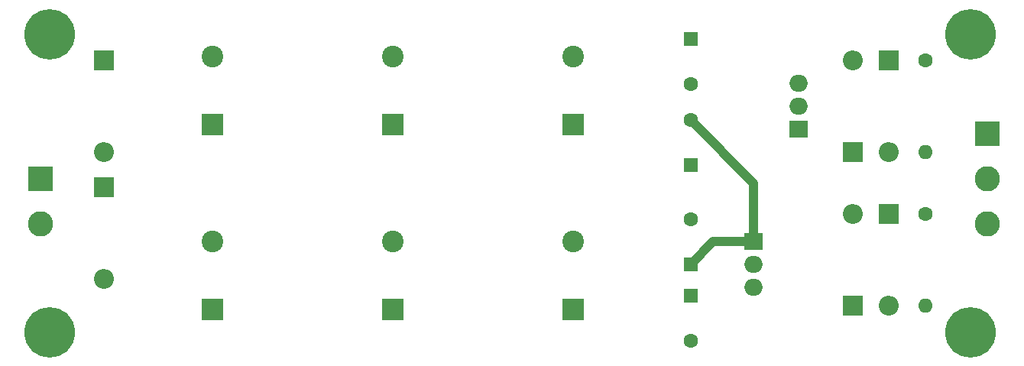
<source format=gbr>
%TF.GenerationSoftware,KiCad,Pcbnew,8.0.7*%
%TF.CreationDate,2025-01-29T21:02:38+10:00*%
%TF.ProjectId,MFOS_Power_Supply_PCB,4d464f53-5f50-46f7-9765-725f53757070,rev?*%
%TF.SameCoordinates,Original*%
%TF.FileFunction,Copper,L1,Top*%
%TF.FilePolarity,Positive*%
%FSLAX46Y46*%
G04 Gerber Fmt 4.6, Leading zero omitted, Abs format (unit mm)*
G04 Created by KiCad (PCBNEW 8.0.7) date 2025-01-29 21:02:38*
%MOMM*%
%LPD*%
G01*
G04 APERTURE LIST*
%TA.AperFunction,ComponentPad*%
%ADD10C,3.600000*%
%TD*%
%TA.AperFunction,ConnectorPad*%
%ADD11C,5.600000*%
%TD*%
%TA.AperFunction,ComponentPad*%
%ADD12R,2.400000X2.400000*%
%TD*%
%TA.AperFunction,ComponentPad*%
%ADD13C,2.400000*%
%TD*%
%TA.AperFunction,ComponentPad*%
%ADD14R,1.600000X1.600000*%
%TD*%
%TA.AperFunction,ComponentPad*%
%ADD15C,1.600000*%
%TD*%
%TA.AperFunction,ComponentPad*%
%ADD16O,1.600000X1.600000*%
%TD*%
%TA.AperFunction,ComponentPad*%
%ADD17R,2.200000X2.200000*%
%TD*%
%TA.AperFunction,ComponentPad*%
%ADD18O,2.200000X2.200000*%
%TD*%
%TA.AperFunction,ComponentPad*%
%ADD19R,2.800000X2.800000*%
%TD*%
%TA.AperFunction,ComponentPad*%
%ADD20C,2.800000*%
%TD*%
%TA.AperFunction,ComponentPad*%
%ADD21R,2.000000X1.905000*%
%TD*%
%TA.AperFunction,ComponentPad*%
%ADD22O,2.000000X1.905000*%
%TD*%
%TA.AperFunction,Conductor*%
%ADD23C,1.000000*%
%TD*%
G04 APERTURE END LIST*
D10*
%TO.P,M4,1*%
%TO.N,N/C*%
X195000000Y-109000000D03*
D11*
X195000000Y-109000000D03*
%TD*%
D12*
%TO.P,C8,1*%
%TO.N,Earth*%
X151000000Y-106500000D03*
D13*
%TO.P,C8,2*%
%TO.N,Net-(D1-A)*%
X151000000Y-99000000D03*
%TD*%
D14*
%TO.P,C7,1*%
%TO.N,Net-(D3-K)*%
X164000000Y-76500000D03*
D15*
%TO.P,C7,2*%
%TO.N,Earth*%
X164000000Y-81500000D03*
%TD*%
%TO.P,R2,1*%
%TO.N,Earth*%
X190000000Y-95920000D03*
D16*
%TO.P,R2,2*%
%TO.N,Net-(D5-A)*%
X190000000Y-106080000D03*
%TD*%
D12*
%TO.P,C6,1*%
%TO.N,Earth*%
X131000000Y-106500000D03*
D13*
%TO.P,C6,2*%
%TO.N,Net-(D1-A)*%
X131000000Y-99000000D03*
%TD*%
D17*
%TO.P,D2,1,K*%
%TO.N,Net-(D2-K)*%
X99000000Y-78920000D03*
D18*
%TO.P,D2,2,A*%
%TO.N,Net-(D1-K)*%
X99000000Y-89080000D03*
%TD*%
D17*
%TO.P,D3,1,K*%
%TO.N,Net-(D3-K)*%
X186000000Y-78920000D03*
D18*
%TO.P,D3,2,A*%
%TO.N,Earth*%
X186000000Y-89080000D03*
%TD*%
D12*
%TO.P,C4,1*%
%TO.N,Earth*%
X111000000Y-106500000D03*
D13*
%TO.P,C4,2*%
%TO.N,Net-(D1-A)*%
X111000000Y-99000000D03*
%TD*%
D14*
%TO.P,C5,1*%
%TO.N,Net-(D2-K)*%
X164000000Y-90500000D03*
D15*
%TO.P,C5,2*%
%TO.N,Earth*%
X164000000Y-85500000D03*
%TD*%
D12*
%TO.P,C1,1*%
%TO.N,Net-(D2-K)*%
X111000000Y-86000000D03*
D13*
%TO.P,C1,2*%
%TO.N,Earth*%
X111000000Y-78500000D03*
%TD*%
D15*
%TO.P,R1,1*%
%TO.N,Net-(D3-K)*%
X190000000Y-78920000D03*
D16*
%TO.P,R1,2*%
%TO.N,Earth*%
X190000000Y-89080000D03*
%TD*%
D19*
%TO.P,J1,1,Pin_1*%
%TO.N,Net-(D1-K)*%
X92000000Y-92000000D03*
D20*
%TO.P,J1,2,Pin_2*%
%TO.N,Earth*%
X92000000Y-97000000D03*
%TD*%
D21*
%TO.P,U1,1,VI*%
%TO.N,Net-(D2-K)*%
X176000000Y-86540000D03*
D22*
%TO.P,U1,2,GND*%
%TO.N,Earth*%
X176000000Y-84000000D03*
%TO.P,U1,3,VO*%
%TO.N,Net-(D3-K)*%
X176000000Y-81460000D03*
%TD*%
D12*
%TO.P,C2,1*%
%TO.N,Net-(D2-K)*%
X131000000Y-86000000D03*
D13*
%TO.P,C2,2*%
%TO.N,Earth*%
X131000000Y-78500000D03*
%TD*%
D10*
%TO.P,M3,1*%
%TO.N,N/C*%
X195000000Y-76000000D03*
D11*
X195000000Y-76000000D03*
%TD*%
D10*
%TO.P,M1,1*%
%TO.N,N/C*%
X93000000Y-76000000D03*
D11*
X93000000Y-76000000D03*
%TD*%
D17*
%TO.P,D4,1,K*%
%TO.N,Net-(D2-K)*%
X182000000Y-89080000D03*
D18*
%TO.P,D4,2,A*%
%TO.N,Net-(D3-K)*%
X182000000Y-78920000D03*
%TD*%
D17*
%TO.P,D6,1,K*%
%TO.N,Net-(D5-A)*%
X182000000Y-106080000D03*
D18*
%TO.P,D6,2,A*%
%TO.N,Net-(D1-A)*%
X182000000Y-95920000D03*
%TD*%
D17*
%TO.P,D5,1,K*%
%TO.N,Earth*%
X186000000Y-95920000D03*
D18*
%TO.P,D5,2,A*%
%TO.N,Net-(D5-A)*%
X186000000Y-106080000D03*
%TD*%
D21*
%TO.P,U2,1,GND*%
%TO.N,Earth*%
X171000000Y-99000000D03*
D22*
%TO.P,U2,2,VI*%
%TO.N,Net-(D1-A)*%
X171000000Y-101540000D03*
%TO.P,U2,3,VO*%
%TO.N,Net-(D5-A)*%
X171000000Y-104080000D03*
%TD*%
D17*
%TO.P,D1,1,K*%
%TO.N,Net-(D1-K)*%
X99000000Y-92920000D03*
D18*
%TO.P,D1,2,A*%
%TO.N,Net-(D1-A)*%
X99000000Y-103080000D03*
%TD*%
D10*
%TO.P,M2,1*%
%TO.N,N/C*%
X93000000Y-109000000D03*
D11*
X93000000Y-109000000D03*
%TD*%
D19*
%TO.P,J2,1,Pin_1*%
%TO.N,Net-(D3-K)*%
X196905000Y-87000000D03*
D20*
%TO.P,J2,2,Pin_2*%
%TO.N,Earth*%
X196905000Y-92000000D03*
%TO.P,J2,3,Pin_3*%
%TO.N,Net-(D5-A)*%
X196905000Y-97000000D03*
%TD*%
D14*
%TO.P,C10,1*%
%TO.N,Earth*%
X164000000Y-101500000D03*
D15*
%TO.P,C10,2*%
%TO.N,Net-(D1-A)*%
X164000000Y-96500000D03*
%TD*%
D14*
%TO.P,C9,1*%
%TO.N,Earth*%
X164000000Y-105000000D03*
D15*
%TO.P,C9,2*%
%TO.N,Net-(D5-A)*%
X164000000Y-110000000D03*
%TD*%
D12*
%TO.P,C3,1*%
%TO.N,Net-(D2-K)*%
X151000000Y-86000000D03*
D13*
%TO.P,C3,2*%
%TO.N,Earth*%
X151000000Y-78500000D03*
%TD*%
D23*
%TO.N,Earth*%
X171000000Y-92500000D02*
X164000000Y-85500000D01*
X171000000Y-99000000D02*
X166500000Y-99000000D01*
X166500000Y-99000000D02*
X164000000Y-101500000D01*
X171000000Y-92500000D02*
X171000000Y-99000000D01*
%TD*%
M02*

</source>
